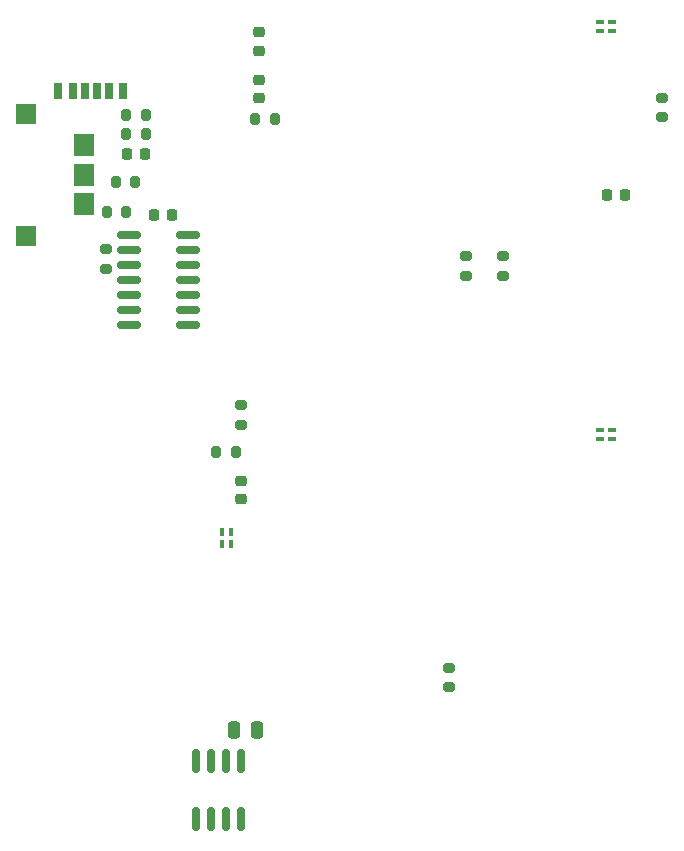
<source format=gtp>
G04 #@! TF.GenerationSoftware,KiCad,Pcbnew,(6.0.10-0)*
G04 #@! TF.CreationDate,2024-01-08T22:07:42+09:00*
G04 #@! TF.ProjectId,AutoFeeder_Drum-type,4175746f-4665-4656-9465-725f4472756d,02*
G04 #@! TF.SameCoordinates,Original*
G04 #@! TF.FileFunction,Paste,Top*
G04 #@! TF.FilePolarity,Positive*
%FSLAX46Y46*%
G04 Gerber Fmt 4.6, Leading zero omitted, Abs format (unit mm)*
G04 Created by KiCad (PCBNEW (6.0.10-0)) date 2024-01-08 22:07:42*
%MOMM*%
%LPD*%
G01*
G04 APERTURE LIST*
G04 Aperture macros list*
%AMRoundRect*
0 Rectangle with rounded corners*
0 $1 Rounding radius*
0 $2 $3 $4 $5 $6 $7 $8 $9 X,Y pos of 4 corners*
0 Add a 4 corners polygon primitive as box body*
4,1,4,$2,$3,$4,$5,$6,$7,$8,$9,$2,$3,0*
0 Add four circle primitives for the rounded corners*
1,1,$1+$1,$2,$3*
1,1,$1+$1,$4,$5*
1,1,$1+$1,$6,$7*
1,1,$1+$1,$8,$9*
0 Add four rect primitives between the rounded corners*
20,1,$1+$1,$2,$3,$4,$5,0*
20,1,$1+$1,$4,$5,$6,$7,0*
20,1,$1+$1,$6,$7,$8,$9,0*
20,1,$1+$1,$8,$9,$2,$3,0*%
G04 Aperture macros list end*
%ADD10RoundRect,0.225000X-0.225000X-0.250000X0.225000X-0.250000X0.225000X0.250000X-0.225000X0.250000X0*%
%ADD11RoundRect,0.225000X-0.250000X0.225000X-0.250000X-0.225000X0.250000X-0.225000X0.250000X0.225000X0*%
%ADD12RoundRect,0.225000X0.225000X0.250000X-0.225000X0.250000X-0.225000X-0.250000X0.225000X-0.250000X0*%
%ADD13RoundRect,0.200000X-0.200000X-0.275000X0.200000X-0.275000X0.200000X0.275000X-0.200000X0.275000X0*%
%ADD14R,1.800000X1.900000*%
%ADD15R,1.700000X1.800000*%
%ADD16R,0.400000X0.650000*%
%ADD17RoundRect,0.200000X0.275000X-0.200000X0.275000X0.200000X-0.275000X0.200000X-0.275000X-0.200000X0*%
%ADD18RoundRect,0.200000X0.200000X0.275000X-0.200000X0.275000X-0.200000X-0.275000X0.200000X-0.275000X0*%
%ADD19R,0.650000X0.400000*%
%ADD20RoundRect,0.200000X-0.275000X0.200000X-0.275000X-0.200000X0.275000X-0.200000X0.275000X0.200000X0*%
%ADD21RoundRect,0.150000X-0.150000X0.825000X-0.150000X-0.825000X0.150000X-0.825000X0.150000X0.825000X0*%
%ADD22R,0.700000X1.400000*%
%ADD23R,0.750000X1.400000*%
%ADD24R,0.800000X1.400000*%
%ADD25R,0.760000X1.400000*%
%ADD26RoundRect,0.250000X-0.250000X-0.475000X0.250000X-0.475000X0.250000X0.475000X-0.250000X0.475000X0*%
%ADD27RoundRect,0.150000X-0.825000X-0.150000X0.825000X-0.150000X0.825000X0.150000X-0.825000X0.150000X0*%
%ADD28RoundRect,0.218750X-0.256250X0.218750X-0.256250X-0.218750X0.256250X-0.218750X0.256250X0.218750X0*%
G04 APERTURE END LIST*
D10*
X187185000Y-76000000D03*
X188735000Y-76000000D03*
D11*
X156210000Y-100190000D03*
X156210000Y-101740000D03*
D12*
X150381000Y-77724000D03*
X148831000Y-77724000D03*
D13*
X144844000Y-77470000D03*
X146494000Y-77470000D03*
D14*
X142900000Y-76745000D03*
X142900000Y-71795000D03*
D15*
X138050000Y-69095000D03*
X138050000Y-79495000D03*
D14*
X142900000Y-74295000D03*
D16*
X154620000Y-105500000D03*
X155380000Y-105500000D03*
X155380000Y-104500000D03*
X154620000Y-104500000D03*
D17*
X156210000Y-95440000D03*
X156210000Y-93790000D03*
D18*
X155765000Y-97790000D03*
X154115000Y-97790000D03*
D19*
X187630000Y-96640000D03*
X187630000Y-95880000D03*
X186630000Y-95880000D03*
X186630000Y-96640000D03*
D17*
X173863000Y-117665000D03*
X173863000Y-116015000D03*
D20*
X175260000Y-81175000D03*
X175260000Y-82825000D03*
D18*
X159067000Y-69596000D03*
X157417000Y-69596000D03*
D21*
X156210000Y-123890000D03*
X154940000Y-123890000D03*
X153670000Y-123890000D03*
X152400000Y-123890000D03*
X152400000Y-128840000D03*
X153670000Y-128840000D03*
X154940000Y-128840000D03*
X156210000Y-128840000D03*
D19*
X187630000Y-62110000D03*
X187630000Y-61350000D03*
X186630000Y-61350000D03*
X186630000Y-62110000D03*
D20*
X178435000Y-81175000D03*
X178435000Y-82825000D03*
D22*
X144010000Y-67188000D03*
D23*
X141985000Y-67188000D03*
D24*
X140760000Y-67188000D03*
D22*
X143010000Y-67188000D03*
D25*
X145030000Y-67188000D03*
D23*
X146235000Y-67188000D03*
D13*
X145606000Y-74930000D03*
X147256000Y-74930000D03*
D26*
X155641000Y-121285000D03*
X157541000Y-121285000D03*
D17*
X191897000Y-69405000D03*
X191897000Y-67755000D03*
D27*
X146750000Y-79375000D03*
X146750000Y-80645000D03*
X146750000Y-81915000D03*
X146750000Y-83185000D03*
X146750000Y-84455000D03*
X146750000Y-85725000D03*
X146750000Y-86995000D03*
X151700000Y-86995000D03*
X151700000Y-85725000D03*
X151700000Y-84455000D03*
X151700000Y-83185000D03*
X151700000Y-81915000D03*
X151700000Y-80645000D03*
X151700000Y-79375000D03*
D28*
X157734000Y-66212500D03*
X157734000Y-67787500D03*
X157734000Y-62212500D03*
X157734000Y-63787500D03*
D17*
X144780000Y-82232000D03*
X144780000Y-80582000D03*
D10*
X146545000Y-72517000D03*
X148095000Y-72517000D03*
D13*
X146495000Y-70866000D03*
X148145000Y-70866000D03*
X146495000Y-69215000D03*
X148145000Y-69215000D03*
M02*

</source>
